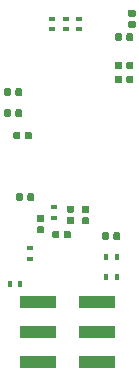
<source format=gbr>
G04 #@! TF.GenerationSoftware,KiCad,Pcbnew,5.0.1-33cea8e~66~ubuntu18.04.1*
G04 #@! TF.CreationDate,2018-10-16T23:10:54+02:00*
G04 #@! TF.ProjectId,TinyFPGA-BX,54696E79465047412D42582E6B696361,rev?*
G04 #@! TF.SameCoordinates,Original*
G04 #@! TF.FileFunction,Paste,Bot*
G04 #@! TF.FilePolarity,Positive*
%FSLAX46Y46*%
G04 Gerber Fmt 4.6, Leading zero omitted, Abs format (unit mm)*
G04 Created by KiCad (PCBNEW 5.0.1-33cea8e~66~ubuntu18.04.1) date di 16 okt 2018 23:10:54 CEST*
%MOMM*%
%LPD*%
G01*
G04 APERTURE LIST*
%ADD10C,0.100000*%
%ADD11C,0.590000*%
%ADD12R,3.150000X1.000000*%
%ADD13R,0.400000X0.600000*%
%ADD14R,0.600000X0.400000*%
%ADD15R,0.380000X0.600000*%
G04 APERTURE END LIST*
D10*
G04 #@! TO.C,C12*
G36*
X147989958Y-111948710D02*
X148004276Y-111950834D01*
X148018317Y-111954351D01*
X148031946Y-111959228D01*
X148045031Y-111965417D01*
X148057447Y-111972858D01*
X148069073Y-111981481D01*
X148079798Y-111991202D01*
X148089519Y-112001927D01*
X148098142Y-112013553D01*
X148105583Y-112025969D01*
X148111772Y-112039054D01*
X148116649Y-112052683D01*
X148120166Y-112066724D01*
X148122290Y-112081042D01*
X148123000Y-112095500D01*
X148123000Y-112440500D01*
X148122290Y-112454958D01*
X148120166Y-112469276D01*
X148116649Y-112483317D01*
X148111772Y-112496946D01*
X148105583Y-112510031D01*
X148098142Y-112522447D01*
X148089519Y-112534073D01*
X148079798Y-112544798D01*
X148069073Y-112554519D01*
X148057447Y-112563142D01*
X148045031Y-112570583D01*
X148031946Y-112576772D01*
X148018317Y-112581649D01*
X148004276Y-112585166D01*
X147989958Y-112587290D01*
X147975500Y-112588000D01*
X147680500Y-112588000D01*
X147666042Y-112587290D01*
X147651724Y-112585166D01*
X147637683Y-112581649D01*
X147624054Y-112576772D01*
X147610969Y-112570583D01*
X147598553Y-112563142D01*
X147586927Y-112554519D01*
X147576202Y-112544798D01*
X147566481Y-112534073D01*
X147557858Y-112522447D01*
X147550417Y-112510031D01*
X147544228Y-112496946D01*
X147539351Y-112483317D01*
X147535834Y-112469276D01*
X147533710Y-112454958D01*
X147533000Y-112440500D01*
X147533000Y-112095500D01*
X147533710Y-112081042D01*
X147535834Y-112066724D01*
X147539351Y-112052683D01*
X147544228Y-112039054D01*
X147550417Y-112025969D01*
X147557858Y-112013553D01*
X147566481Y-112001927D01*
X147576202Y-111991202D01*
X147586927Y-111981481D01*
X147598553Y-111972858D01*
X147610969Y-111965417D01*
X147624054Y-111959228D01*
X147637683Y-111954351D01*
X147651724Y-111950834D01*
X147666042Y-111948710D01*
X147680500Y-111948000D01*
X147975500Y-111948000D01*
X147989958Y-111948710D01*
X147989958Y-111948710D01*
G37*
D11*
X147828000Y-112268000D03*
D10*
G36*
X147019958Y-111948710D02*
X147034276Y-111950834D01*
X147048317Y-111954351D01*
X147061946Y-111959228D01*
X147075031Y-111965417D01*
X147087447Y-111972858D01*
X147099073Y-111981481D01*
X147109798Y-111991202D01*
X147119519Y-112001927D01*
X147128142Y-112013553D01*
X147135583Y-112025969D01*
X147141772Y-112039054D01*
X147146649Y-112052683D01*
X147150166Y-112066724D01*
X147152290Y-112081042D01*
X147153000Y-112095500D01*
X147153000Y-112440500D01*
X147152290Y-112454958D01*
X147150166Y-112469276D01*
X147146649Y-112483317D01*
X147141772Y-112496946D01*
X147135583Y-112510031D01*
X147128142Y-112522447D01*
X147119519Y-112534073D01*
X147109798Y-112544798D01*
X147099073Y-112554519D01*
X147087447Y-112563142D01*
X147075031Y-112570583D01*
X147061946Y-112576772D01*
X147048317Y-112581649D01*
X147034276Y-112585166D01*
X147019958Y-112587290D01*
X147005500Y-112588000D01*
X146710500Y-112588000D01*
X146696042Y-112587290D01*
X146681724Y-112585166D01*
X146667683Y-112581649D01*
X146654054Y-112576772D01*
X146640969Y-112570583D01*
X146628553Y-112563142D01*
X146616927Y-112554519D01*
X146606202Y-112544798D01*
X146596481Y-112534073D01*
X146587858Y-112522447D01*
X146580417Y-112510031D01*
X146574228Y-112496946D01*
X146569351Y-112483317D01*
X146565834Y-112469276D01*
X146563710Y-112454958D01*
X146563000Y-112440500D01*
X146563000Y-112095500D01*
X146563710Y-112081042D01*
X146565834Y-112066724D01*
X146569351Y-112052683D01*
X146574228Y-112039054D01*
X146580417Y-112025969D01*
X146587858Y-112013553D01*
X146596481Y-112001927D01*
X146606202Y-111991202D01*
X146616927Y-111981481D01*
X146628553Y-111972858D01*
X146640969Y-111965417D01*
X146654054Y-111959228D01*
X146667683Y-111954351D01*
X146681724Y-111950834D01*
X146696042Y-111948710D01*
X146710500Y-111948000D01*
X147005500Y-111948000D01*
X147019958Y-111948710D01*
X147019958Y-111948710D01*
G37*
D11*
X146858000Y-112268000D03*
G04 #@! TD*
D12*
G04 #@! TO.C,J5*
X148620000Y-131445000D03*
X153670000Y-131445000D03*
X148620000Y-128905000D03*
X153670000Y-128905000D03*
X148620000Y-126365000D03*
X153670000Y-126365000D03*
G04 #@! TD*
D13*
G04 #@! TO.C,R6*
X155332000Y-124206000D03*
X154432000Y-124206000D03*
G04 #@! TD*
D14*
G04 #@! TO.C,R7*
X147955000Y-121793000D03*
X147955000Y-122693000D03*
G04 #@! TD*
D15*
G04 #@! TO.C,R5*
X147135000Y-124841000D03*
X146235000Y-124841000D03*
G04 #@! TD*
D14*
G04 #@! TO.C,R4*
X149987000Y-119253000D03*
X149987000Y-118353000D03*
G04 #@! TD*
G04 #@! TO.C,R1*
X149860000Y-102356500D03*
X149860000Y-103256500D03*
G04 #@! TD*
G04 #@! TO.C,R2*
X151003000Y-103262000D03*
X151003000Y-102362000D03*
G04 #@! TD*
G04 #@! TO.C,R3*
X152082500Y-103262000D03*
X152082500Y-102362000D03*
G04 #@! TD*
D13*
G04 #@! TO.C,R10*
X155332000Y-122555000D03*
X154432000Y-122555000D03*
G04 #@! TD*
D10*
G04 #@! TO.C,C1*
G36*
X155612958Y-103603810D02*
X155627276Y-103605934D01*
X155641317Y-103609451D01*
X155654946Y-103614328D01*
X155668031Y-103620517D01*
X155680447Y-103627958D01*
X155692073Y-103636581D01*
X155702798Y-103646302D01*
X155712519Y-103657027D01*
X155721142Y-103668653D01*
X155728583Y-103681069D01*
X155734772Y-103694154D01*
X155739649Y-103707783D01*
X155743166Y-103721824D01*
X155745290Y-103736142D01*
X155746000Y-103750600D01*
X155746000Y-104095600D01*
X155745290Y-104110058D01*
X155743166Y-104124376D01*
X155739649Y-104138417D01*
X155734772Y-104152046D01*
X155728583Y-104165131D01*
X155721142Y-104177547D01*
X155712519Y-104189173D01*
X155702798Y-104199898D01*
X155692073Y-104209619D01*
X155680447Y-104218242D01*
X155668031Y-104225683D01*
X155654946Y-104231872D01*
X155641317Y-104236749D01*
X155627276Y-104240266D01*
X155612958Y-104242390D01*
X155598500Y-104243100D01*
X155303500Y-104243100D01*
X155289042Y-104242390D01*
X155274724Y-104240266D01*
X155260683Y-104236749D01*
X155247054Y-104231872D01*
X155233969Y-104225683D01*
X155221553Y-104218242D01*
X155209927Y-104209619D01*
X155199202Y-104199898D01*
X155189481Y-104189173D01*
X155180858Y-104177547D01*
X155173417Y-104165131D01*
X155167228Y-104152046D01*
X155162351Y-104138417D01*
X155158834Y-104124376D01*
X155156710Y-104110058D01*
X155156000Y-104095600D01*
X155156000Y-103750600D01*
X155156710Y-103736142D01*
X155158834Y-103721824D01*
X155162351Y-103707783D01*
X155167228Y-103694154D01*
X155173417Y-103681069D01*
X155180858Y-103668653D01*
X155189481Y-103657027D01*
X155199202Y-103646302D01*
X155209927Y-103636581D01*
X155221553Y-103627958D01*
X155233969Y-103620517D01*
X155247054Y-103614328D01*
X155260683Y-103609451D01*
X155274724Y-103605934D01*
X155289042Y-103603810D01*
X155303500Y-103603100D01*
X155598500Y-103603100D01*
X155612958Y-103603810D01*
X155612958Y-103603810D01*
G37*
D11*
X155451000Y-103923100D03*
D10*
G36*
X156582958Y-103603810D02*
X156597276Y-103605934D01*
X156611317Y-103609451D01*
X156624946Y-103614328D01*
X156638031Y-103620517D01*
X156650447Y-103627958D01*
X156662073Y-103636581D01*
X156672798Y-103646302D01*
X156682519Y-103657027D01*
X156691142Y-103668653D01*
X156698583Y-103681069D01*
X156704772Y-103694154D01*
X156709649Y-103707783D01*
X156713166Y-103721824D01*
X156715290Y-103736142D01*
X156716000Y-103750600D01*
X156716000Y-104095600D01*
X156715290Y-104110058D01*
X156713166Y-104124376D01*
X156709649Y-104138417D01*
X156704772Y-104152046D01*
X156698583Y-104165131D01*
X156691142Y-104177547D01*
X156682519Y-104189173D01*
X156672798Y-104199898D01*
X156662073Y-104209619D01*
X156650447Y-104218242D01*
X156638031Y-104225683D01*
X156624946Y-104231872D01*
X156611317Y-104236749D01*
X156597276Y-104240266D01*
X156582958Y-104242390D01*
X156568500Y-104243100D01*
X156273500Y-104243100D01*
X156259042Y-104242390D01*
X156244724Y-104240266D01*
X156230683Y-104236749D01*
X156217054Y-104231872D01*
X156203969Y-104225683D01*
X156191553Y-104218242D01*
X156179927Y-104209619D01*
X156169202Y-104199898D01*
X156159481Y-104189173D01*
X156150858Y-104177547D01*
X156143417Y-104165131D01*
X156137228Y-104152046D01*
X156132351Y-104138417D01*
X156128834Y-104124376D01*
X156126710Y-104110058D01*
X156126000Y-104095600D01*
X156126000Y-103750600D01*
X156126710Y-103736142D01*
X156128834Y-103721824D01*
X156132351Y-103707783D01*
X156137228Y-103694154D01*
X156143417Y-103681069D01*
X156150858Y-103668653D01*
X156159481Y-103657027D01*
X156169202Y-103646302D01*
X156179927Y-103636581D01*
X156191553Y-103627958D01*
X156203969Y-103620517D01*
X156217054Y-103614328D01*
X156230683Y-103609451D01*
X156244724Y-103605934D01*
X156259042Y-103603810D01*
X156273500Y-103603100D01*
X156568500Y-103603100D01*
X156582958Y-103603810D01*
X156582958Y-103603810D01*
G37*
D11*
X156421000Y-103923100D03*
G04 #@! TD*
D10*
G04 #@! TO.C,C2*
G36*
X156582958Y-107203810D02*
X156597276Y-107205934D01*
X156611317Y-107209451D01*
X156624946Y-107214328D01*
X156638031Y-107220517D01*
X156650447Y-107227958D01*
X156662073Y-107236581D01*
X156672798Y-107246302D01*
X156682519Y-107257027D01*
X156691142Y-107268653D01*
X156698583Y-107281069D01*
X156704772Y-107294154D01*
X156709649Y-107307783D01*
X156713166Y-107321824D01*
X156715290Y-107336142D01*
X156716000Y-107350600D01*
X156716000Y-107695600D01*
X156715290Y-107710058D01*
X156713166Y-107724376D01*
X156709649Y-107738417D01*
X156704772Y-107752046D01*
X156698583Y-107765131D01*
X156691142Y-107777547D01*
X156682519Y-107789173D01*
X156672798Y-107799898D01*
X156662073Y-107809619D01*
X156650447Y-107818242D01*
X156638031Y-107825683D01*
X156624946Y-107831872D01*
X156611317Y-107836749D01*
X156597276Y-107840266D01*
X156582958Y-107842390D01*
X156568500Y-107843100D01*
X156273500Y-107843100D01*
X156259042Y-107842390D01*
X156244724Y-107840266D01*
X156230683Y-107836749D01*
X156217054Y-107831872D01*
X156203969Y-107825683D01*
X156191553Y-107818242D01*
X156179927Y-107809619D01*
X156169202Y-107799898D01*
X156159481Y-107789173D01*
X156150858Y-107777547D01*
X156143417Y-107765131D01*
X156137228Y-107752046D01*
X156132351Y-107738417D01*
X156128834Y-107724376D01*
X156126710Y-107710058D01*
X156126000Y-107695600D01*
X156126000Y-107350600D01*
X156126710Y-107336142D01*
X156128834Y-107321824D01*
X156132351Y-107307783D01*
X156137228Y-107294154D01*
X156143417Y-107281069D01*
X156150858Y-107268653D01*
X156159481Y-107257027D01*
X156169202Y-107246302D01*
X156179927Y-107236581D01*
X156191553Y-107227958D01*
X156203969Y-107220517D01*
X156217054Y-107214328D01*
X156230683Y-107209451D01*
X156244724Y-107205934D01*
X156259042Y-107203810D01*
X156273500Y-107203100D01*
X156568500Y-107203100D01*
X156582958Y-107203810D01*
X156582958Y-107203810D01*
G37*
D11*
X156421000Y-107523100D03*
D10*
G36*
X155612958Y-107203810D02*
X155627276Y-107205934D01*
X155641317Y-107209451D01*
X155654946Y-107214328D01*
X155668031Y-107220517D01*
X155680447Y-107227958D01*
X155692073Y-107236581D01*
X155702798Y-107246302D01*
X155712519Y-107257027D01*
X155721142Y-107268653D01*
X155728583Y-107281069D01*
X155734772Y-107294154D01*
X155739649Y-107307783D01*
X155743166Y-107321824D01*
X155745290Y-107336142D01*
X155746000Y-107350600D01*
X155746000Y-107695600D01*
X155745290Y-107710058D01*
X155743166Y-107724376D01*
X155739649Y-107738417D01*
X155734772Y-107752046D01*
X155728583Y-107765131D01*
X155721142Y-107777547D01*
X155712519Y-107789173D01*
X155702798Y-107799898D01*
X155692073Y-107809619D01*
X155680447Y-107818242D01*
X155668031Y-107825683D01*
X155654946Y-107831872D01*
X155641317Y-107836749D01*
X155627276Y-107840266D01*
X155612958Y-107842390D01*
X155598500Y-107843100D01*
X155303500Y-107843100D01*
X155289042Y-107842390D01*
X155274724Y-107840266D01*
X155260683Y-107836749D01*
X155247054Y-107831872D01*
X155233969Y-107825683D01*
X155221553Y-107818242D01*
X155209927Y-107809619D01*
X155199202Y-107799898D01*
X155189481Y-107789173D01*
X155180858Y-107777547D01*
X155173417Y-107765131D01*
X155167228Y-107752046D01*
X155162351Y-107738417D01*
X155158834Y-107724376D01*
X155156710Y-107710058D01*
X155156000Y-107695600D01*
X155156000Y-107350600D01*
X155156710Y-107336142D01*
X155158834Y-107321824D01*
X155162351Y-107307783D01*
X155167228Y-107294154D01*
X155173417Y-107281069D01*
X155180858Y-107268653D01*
X155189481Y-107257027D01*
X155199202Y-107246302D01*
X155209927Y-107236581D01*
X155221553Y-107227958D01*
X155233969Y-107220517D01*
X155247054Y-107214328D01*
X155260683Y-107209451D01*
X155274724Y-107205934D01*
X155289042Y-107203810D01*
X155303500Y-107203100D01*
X155598500Y-107203100D01*
X155612958Y-107203810D01*
X155612958Y-107203810D01*
G37*
D11*
X155451000Y-107523100D03*
G04 #@! TD*
D10*
G04 #@! TO.C,C4*
G36*
X156582958Y-106003810D02*
X156597276Y-106005934D01*
X156611317Y-106009451D01*
X156624946Y-106014328D01*
X156638031Y-106020517D01*
X156650447Y-106027958D01*
X156662073Y-106036581D01*
X156672798Y-106046302D01*
X156682519Y-106057027D01*
X156691142Y-106068653D01*
X156698583Y-106081069D01*
X156704772Y-106094154D01*
X156709649Y-106107783D01*
X156713166Y-106121824D01*
X156715290Y-106136142D01*
X156716000Y-106150600D01*
X156716000Y-106495600D01*
X156715290Y-106510058D01*
X156713166Y-106524376D01*
X156709649Y-106538417D01*
X156704772Y-106552046D01*
X156698583Y-106565131D01*
X156691142Y-106577547D01*
X156682519Y-106589173D01*
X156672798Y-106599898D01*
X156662073Y-106609619D01*
X156650447Y-106618242D01*
X156638031Y-106625683D01*
X156624946Y-106631872D01*
X156611317Y-106636749D01*
X156597276Y-106640266D01*
X156582958Y-106642390D01*
X156568500Y-106643100D01*
X156273500Y-106643100D01*
X156259042Y-106642390D01*
X156244724Y-106640266D01*
X156230683Y-106636749D01*
X156217054Y-106631872D01*
X156203969Y-106625683D01*
X156191553Y-106618242D01*
X156179927Y-106609619D01*
X156169202Y-106599898D01*
X156159481Y-106589173D01*
X156150858Y-106577547D01*
X156143417Y-106565131D01*
X156137228Y-106552046D01*
X156132351Y-106538417D01*
X156128834Y-106524376D01*
X156126710Y-106510058D01*
X156126000Y-106495600D01*
X156126000Y-106150600D01*
X156126710Y-106136142D01*
X156128834Y-106121824D01*
X156132351Y-106107783D01*
X156137228Y-106094154D01*
X156143417Y-106081069D01*
X156150858Y-106068653D01*
X156159481Y-106057027D01*
X156169202Y-106046302D01*
X156179927Y-106036581D01*
X156191553Y-106027958D01*
X156203969Y-106020517D01*
X156217054Y-106014328D01*
X156230683Y-106009451D01*
X156244724Y-106005934D01*
X156259042Y-106003810D01*
X156273500Y-106003100D01*
X156568500Y-106003100D01*
X156582958Y-106003810D01*
X156582958Y-106003810D01*
G37*
D11*
X156421000Y-106323100D03*
D10*
G36*
X155612958Y-106003810D02*
X155627276Y-106005934D01*
X155641317Y-106009451D01*
X155654946Y-106014328D01*
X155668031Y-106020517D01*
X155680447Y-106027958D01*
X155692073Y-106036581D01*
X155702798Y-106046302D01*
X155712519Y-106057027D01*
X155721142Y-106068653D01*
X155728583Y-106081069D01*
X155734772Y-106094154D01*
X155739649Y-106107783D01*
X155743166Y-106121824D01*
X155745290Y-106136142D01*
X155746000Y-106150600D01*
X155746000Y-106495600D01*
X155745290Y-106510058D01*
X155743166Y-106524376D01*
X155739649Y-106538417D01*
X155734772Y-106552046D01*
X155728583Y-106565131D01*
X155721142Y-106577547D01*
X155712519Y-106589173D01*
X155702798Y-106599898D01*
X155692073Y-106609619D01*
X155680447Y-106618242D01*
X155668031Y-106625683D01*
X155654946Y-106631872D01*
X155641317Y-106636749D01*
X155627276Y-106640266D01*
X155612958Y-106642390D01*
X155598500Y-106643100D01*
X155303500Y-106643100D01*
X155289042Y-106642390D01*
X155274724Y-106640266D01*
X155260683Y-106636749D01*
X155247054Y-106631872D01*
X155233969Y-106625683D01*
X155221553Y-106618242D01*
X155209927Y-106609619D01*
X155199202Y-106599898D01*
X155189481Y-106589173D01*
X155180858Y-106577547D01*
X155173417Y-106565131D01*
X155167228Y-106552046D01*
X155162351Y-106538417D01*
X155158834Y-106524376D01*
X155156710Y-106510058D01*
X155156000Y-106495600D01*
X155156000Y-106150600D01*
X155156710Y-106136142D01*
X155158834Y-106121824D01*
X155162351Y-106107783D01*
X155167228Y-106094154D01*
X155173417Y-106081069D01*
X155180858Y-106068653D01*
X155189481Y-106057027D01*
X155199202Y-106046302D01*
X155209927Y-106036581D01*
X155221553Y-106027958D01*
X155233969Y-106020517D01*
X155247054Y-106014328D01*
X155260683Y-106009451D01*
X155274724Y-106005934D01*
X155289042Y-106003810D01*
X155303500Y-106003100D01*
X155598500Y-106003100D01*
X155612958Y-106003810D01*
X155612958Y-106003810D01*
G37*
D11*
X155451000Y-106323100D03*
G04 #@! TD*
D10*
G04 #@! TO.C,C5*
G36*
X154512958Y-120457710D02*
X154527276Y-120459834D01*
X154541317Y-120463351D01*
X154554946Y-120468228D01*
X154568031Y-120474417D01*
X154580447Y-120481858D01*
X154592073Y-120490481D01*
X154602798Y-120500202D01*
X154612519Y-120510927D01*
X154621142Y-120522553D01*
X154628583Y-120534969D01*
X154634772Y-120548054D01*
X154639649Y-120561683D01*
X154643166Y-120575724D01*
X154645290Y-120590042D01*
X154646000Y-120604500D01*
X154646000Y-120949500D01*
X154645290Y-120963958D01*
X154643166Y-120978276D01*
X154639649Y-120992317D01*
X154634772Y-121005946D01*
X154628583Y-121019031D01*
X154621142Y-121031447D01*
X154612519Y-121043073D01*
X154602798Y-121053798D01*
X154592073Y-121063519D01*
X154580447Y-121072142D01*
X154568031Y-121079583D01*
X154554946Y-121085772D01*
X154541317Y-121090649D01*
X154527276Y-121094166D01*
X154512958Y-121096290D01*
X154498500Y-121097000D01*
X154203500Y-121097000D01*
X154189042Y-121096290D01*
X154174724Y-121094166D01*
X154160683Y-121090649D01*
X154147054Y-121085772D01*
X154133969Y-121079583D01*
X154121553Y-121072142D01*
X154109927Y-121063519D01*
X154099202Y-121053798D01*
X154089481Y-121043073D01*
X154080858Y-121031447D01*
X154073417Y-121019031D01*
X154067228Y-121005946D01*
X154062351Y-120992317D01*
X154058834Y-120978276D01*
X154056710Y-120963958D01*
X154056000Y-120949500D01*
X154056000Y-120604500D01*
X154056710Y-120590042D01*
X154058834Y-120575724D01*
X154062351Y-120561683D01*
X154067228Y-120548054D01*
X154073417Y-120534969D01*
X154080858Y-120522553D01*
X154089481Y-120510927D01*
X154099202Y-120500202D01*
X154109927Y-120490481D01*
X154121553Y-120481858D01*
X154133969Y-120474417D01*
X154147054Y-120468228D01*
X154160683Y-120463351D01*
X154174724Y-120459834D01*
X154189042Y-120457710D01*
X154203500Y-120457000D01*
X154498500Y-120457000D01*
X154512958Y-120457710D01*
X154512958Y-120457710D01*
G37*
D11*
X154351000Y-120777000D03*
D10*
G36*
X155482958Y-120457710D02*
X155497276Y-120459834D01*
X155511317Y-120463351D01*
X155524946Y-120468228D01*
X155538031Y-120474417D01*
X155550447Y-120481858D01*
X155562073Y-120490481D01*
X155572798Y-120500202D01*
X155582519Y-120510927D01*
X155591142Y-120522553D01*
X155598583Y-120534969D01*
X155604772Y-120548054D01*
X155609649Y-120561683D01*
X155613166Y-120575724D01*
X155615290Y-120590042D01*
X155616000Y-120604500D01*
X155616000Y-120949500D01*
X155615290Y-120963958D01*
X155613166Y-120978276D01*
X155609649Y-120992317D01*
X155604772Y-121005946D01*
X155598583Y-121019031D01*
X155591142Y-121031447D01*
X155582519Y-121043073D01*
X155572798Y-121053798D01*
X155562073Y-121063519D01*
X155550447Y-121072142D01*
X155538031Y-121079583D01*
X155524946Y-121085772D01*
X155511317Y-121090649D01*
X155497276Y-121094166D01*
X155482958Y-121096290D01*
X155468500Y-121097000D01*
X155173500Y-121097000D01*
X155159042Y-121096290D01*
X155144724Y-121094166D01*
X155130683Y-121090649D01*
X155117054Y-121085772D01*
X155103969Y-121079583D01*
X155091553Y-121072142D01*
X155079927Y-121063519D01*
X155069202Y-121053798D01*
X155059481Y-121043073D01*
X155050858Y-121031447D01*
X155043417Y-121019031D01*
X155037228Y-121005946D01*
X155032351Y-120992317D01*
X155028834Y-120978276D01*
X155026710Y-120963958D01*
X155026000Y-120949500D01*
X155026000Y-120604500D01*
X155026710Y-120590042D01*
X155028834Y-120575724D01*
X155032351Y-120561683D01*
X155037228Y-120548054D01*
X155043417Y-120534969D01*
X155050858Y-120522553D01*
X155059481Y-120510927D01*
X155069202Y-120500202D01*
X155079927Y-120490481D01*
X155091553Y-120481858D01*
X155103969Y-120474417D01*
X155117054Y-120468228D01*
X155130683Y-120463351D01*
X155144724Y-120459834D01*
X155159042Y-120457710D01*
X155173500Y-120457000D01*
X155468500Y-120457000D01*
X155482958Y-120457710D01*
X155482958Y-120457710D01*
G37*
D11*
X155321000Y-120777000D03*
G04 #@! TD*
D10*
G04 #@! TO.C,C6*
G36*
X149030958Y-118981710D02*
X149045276Y-118983834D01*
X149059317Y-118987351D01*
X149072946Y-118992228D01*
X149086031Y-118998417D01*
X149098447Y-119005858D01*
X149110073Y-119014481D01*
X149120798Y-119024202D01*
X149130519Y-119034927D01*
X149139142Y-119046553D01*
X149146583Y-119058969D01*
X149152772Y-119072054D01*
X149157649Y-119085683D01*
X149161166Y-119099724D01*
X149163290Y-119114042D01*
X149164000Y-119128500D01*
X149164000Y-119423500D01*
X149163290Y-119437958D01*
X149161166Y-119452276D01*
X149157649Y-119466317D01*
X149152772Y-119479946D01*
X149146583Y-119493031D01*
X149139142Y-119505447D01*
X149130519Y-119517073D01*
X149120798Y-119527798D01*
X149110073Y-119537519D01*
X149098447Y-119546142D01*
X149086031Y-119553583D01*
X149072946Y-119559772D01*
X149059317Y-119564649D01*
X149045276Y-119568166D01*
X149030958Y-119570290D01*
X149016500Y-119571000D01*
X148671500Y-119571000D01*
X148657042Y-119570290D01*
X148642724Y-119568166D01*
X148628683Y-119564649D01*
X148615054Y-119559772D01*
X148601969Y-119553583D01*
X148589553Y-119546142D01*
X148577927Y-119537519D01*
X148567202Y-119527798D01*
X148557481Y-119517073D01*
X148548858Y-119505447D01*
X148541417Y-119493031D01*
X148535228Y-119479946D01*
X148530351Y-119466317D01*
X148526834Y-119452276D01*
X148524710Y-119437958D01*
X148524000Y-119423500D01*
X148524000Y-119128500D01*
X148524710Y-119114042D01*
X148526834Y-119099724D01*
X148530351Y-119085683D01*
X148535228Y-119072054D01*
X148541417Y-119058969D01*
X148548858Y-119046553D01*
X148557481Y-119034927D01*
X148567202Y-119024202D01*
X148577927Y-119014481D01*
X148589553Y-119005858D01*
X148601969Y-118998417D01*
X148615054Y-118992228D01*
X148628683Y-118987351D01*
X148642724Y-118983834D01*
X148657042Y-118981710D01*
X148671500Y-118981000D01*
X149016500Y-118981000D01*
X149030958Y-118981710D01*
X149030958Y-118981710D01*
G37*
D11*
X148844000Y-119276000D03*
D10*
G36*
X149030958Y-119951710D02*
X149045276Y-119953834D01*
X149059317Y-119957351D01*
X149072946Y-119962228D01*
X149086031Y-119968417D01*
X149098447Y-119975858D01*
X149110073Y-119984481D01*
X149120798Y-119994202D01*
X149130519Y-120004927D01*
X149139142Y-120016553D01*
X149146583Y-120028969D01*
X149152772Y-120042054D01*
X149157649Y-120055683D01*
X149161166Y-120069724D01*
X149163290Y-120084042D01*
X149164000Y-120098500D01*
X149164000Y-120393500D01*
X149163290Y-120407958D01*
X149161166Y-120422276D01*
X149157649Y-120436317D01*
X149152772Y-120449946D01*
X149146583Y-120463031D01*
X149139142Y-120475447D01*
X149130519Y-120487073D01*
X149120798Y-120497798D01*
X149110073Y-120507519D01*
X149098447Y-120516142D01*
X149086031Y-120523583D01*
X149072946Y-120529772D01*
X149059317Y-120534649D01*
X149045276Y-120538166D01*
X149030958Y-120540290D01*
X149016500Y-120541000D01*
X148671500Y-120541000D01*
X148657042Y-120540290D01*
X148642724Y-120538166D01*
X148628683Y-120534649D01*
X148615054Y-120529772D01*
X148601969Y-120523583D01*
X148589553Y-120516142D01*
X148577927Y-120507519D01*
X148567202Y-120497798D01*
X148557481Y-120487073D01*
X148548858Y-120475447D01*
X148541417Y-120463031D01*
X148535228Y-120449946D01*
X148530351Y-120436317D01*
X148526834Y-120422276D01*
X148524710Y-120407958D01*
X148524000Y-120393500D01*
X148524000Y-120098500D01*
X148524710Y-120084042D01*
X148526834Y-120069724D01*
X148530351Y-120055683D01*
X148535228Y-120042054D01*
X148541417Y-120028969D01*
X148548858Y-120016553D01*
X148557481Y-120004927D01*
X148567202Y-119994202D01*
X148577927Y-119984481D01*
X148589553Y-119975858D01*
X148601969Y-119968417D01*
X148615054Y-119962228D01*
X148628683Y-119957351D01*
X148642724Y-119953834D01*
X148657042Y-119951710D01*
X148671500Y-119951000D01*
X149016500Y-119951000D01*
X149030958Y-119951710D01*
X149030958Y-119951710D01*
G37*
D11*
X148844000Y-120246000D03*
G04 #@! TD*
D10*
G04 #@! TO.C,C8*
G36*
X147227958Y-117155710D02*
X147242276Y-117157834D01*
X147256317Y-117161351D01*
X147269946Y-117166228D01*
X147283031Y-117172417D01*
X147295447Y-117179858D01*
X147307073Y-117188481D01*
X147317798Y-117198202D01*
X147327519Y-117208927D01*
X147336142Y-117220553D01*
X147343583Y-117232969D01*
X147349772Y-117246054D01*
X147354649Y-117259683D01*
X147358166Y-117273724D01*
X147360290Y-117288042D01*
X147361000Y-117302500D01*
X147361000Y-117647500D01*
X147360290Y-117661958D01*
X147358166Y-117676276D01*
X147354649Y-117690317D01*
X147349772Y-117703946D01*
X147343583Y-117717031D01*
X147336142Y-117729447D01*
X147327519Y-117741073D01*
X147317798Y-117751798D01*
X147307073Y-117761519D01*
X147295447Y-117770142D01*
X147283031Y-117777583D01*
X147269946Y-117783772D01*
X147256317Y-117788649D01*
X147242276Y-117792166D01*
X147227958Y-117794290D01*
X147213500Y-117795000D01*
X146918500Y-117795000D01*
X146904042Y-117794290D01*
X146889724Y-117792166D01*
X146875683Y-117788649D01*
X146862054Y-117783772D01*
X146848969Y-117777583D01*
X146836553Y-117770142D01*
X146824927Y-117761519D01*
X146814202Y-117751798D01*
X146804481Y-117741073D01*
X146795858Y-117729447D01*
X146788417Y-117717031D01*
X146782228Y-117703946D01*
X146777351Y-117690317D01*
X146773834Y-117676276D01*
X146771710Y-117661958D01*
X146771000Y-117647500D01*
X146771000Y-117302500D01*
X146771710Y-117288042D01*
X146773834Y-117273724D01*
X146777351Y-117259683D01*
X146782228Y-117246054D01*
X146788417Y-117232969D01*
X146795858Y-117220553D01*
X146804481Y-117208927D01*
X146814202Y-117198202D01*
X146824927Y-117188481D01*
X146836553Y-117179858D01*
X146848969Y-117172417D01*
X146862054Y-117166228D01*
X146875683Y-117161351D01*
X146889724Y-117157834D01*
X146904042Y-117155710D01*
X146918500Y-117155000D01*
X147213500Y-117155000D01*
X147227958Y-117155710D01*
X147227958Y-117155710D01*
G37*
D11*
X147066000Y-117475000D03*
D10*
G36*
X148197958Y-117155710D02*
X148212276Y-117157834D01*
X148226317Y-117161351D01*
X148239946Y-117166228D01*
X148253031Y-117172417D01*
X148265447Y-117179858D01*
X148277073Y-117188481D01*
X148287798Y-117198202D01*
X148297519Y-117208927D01*
X148306142Y-117220553D01*
X148313583Y-117232969D01*
X148319772Y-117246054D01*
X148324649Y-117259683D01*
X148328166Y-117273724D01*
X148330290Y-117288042D01*
X148331000Y-117302500D01*
X148331000Y-117647500D01*
X148330290Y-117661958D01*
X148328166Y-117676276D01*
X148324649Y-117690317D01*
X148319772Y-117703946D01*
X148313583Y-117717031D01*
X148306142Y-117729447D01*
X148297519Y-117741073D01*
X148287798Y-117751798D01*
X148277073Y-117761519D01*
X148265447Y-117770142D01*
X148253031Y-117777583D01*
X148239946Y-117783772D01*
X148226317Y-117788649D01*
X148212276Y-117792166D01*
X148197958Y-117794290D01*
X148183500Y-117795000D01*
X147888500Y-117795000D01*
X147874042Y-117794290D01*
X147859724Y-117792166D01*
X147845683Y-117788649D01*
X147832054Y-117783772D01*
X147818969Y-117777583D01*
X147806553Y-117770142D01*
X147794927Y-117761519D01*
X147784202Y-117751798D01*
X147774481Y-117741073D01*
X147765858Y-117729447D01*
X147758417Y-117717031D01*
X147752228Y-117703946D01*
X147747351Y-117690317D01*
X147743834Y-117676276D01*
X147741710Y-117661958D01*
X147741000Y-117647500D01*
X147741000Y-117302500D01*
X147741710Y-117288042D01*
X147743834Y-117273724D01*
X147747351Y-117259683D01*
X147752228Y-117246054D01*
X147758417Y-117232969D01*
X147765858Y-117220553D01*
X147774481Y-117208927D01*
X147784202Y-117198202D01*
X147794927Y-117188481D01*
X147806553Y-117179858D01*
X147818969Y-117172417D01*
X147832054Y-117166228D01*
X147845683Y-117161351D01*
X147859724Y-117157834D01*
X147874042Y-117155710D01*
X147888500Y-117155000D01*
X148183500Y-117155000D01*
X148197958Y-117155710D01*
X148197958Y-117155710D01*
G37*
D11*
X148036000Y-117475000D03*
G04 #@! TD*
D10*
G04 #@! TO.C,C9*
G36*
X152840958Y-119189710D02*
X152855276Y-119191834D01*
X152869317Y-119195351D01*
X152882946Y-119200228D01*
X152896031Y-119206417D01*
X152908447Y-119213858D01*
X152920073Y-119222481D01*
X152930798Y-119232202D01*
X152940519Y-119242927D01*
X152949142Y-119254553D01*
X152956583Y-119266969D01*
X152962772Y-119280054D01*
X152967649Y-119293683D01*
X152971166Y-119307724D01*
X152973290Y-119322042D01*
X152974000Y-119336500D01*
X152974000Y-119631500D01*
X152973290Y-119645958D01*
X152971166Y-119660276D01*
X152967649Y-119674317D01*
X152962772Y-119687946D01*
X152956583Y-119701031D01*
X152949142Y-119713447D01*
X152940519Y-119725073D01*
X152930798Y-119735798D01*
X152920073Y-119745519D01*
X152908447Y-119754142D01*
X152896031Y-119761583D01*
X152882946Y-119767772D01*
X152869317Y-119772649D01*
X152855276Y-119776166D01*
X152840958Y-119778290D01*
X152826500Y-119779000D01*
X152481500Y-119779000D01*
X152467042Y-119778290D01*
X152452724Y-119776166D01*
X152438683Y-119772649D01*
X152425054Y-119767772D01*
X152411969Y-119761583D01*
X152399553Y-119754142D01*
X152387927Y-119745519D01*
X152377202Y-119735798D01*
X152367481Y-119725073D01*
X152358858Y-119713447D01*
X152351417Y-119701031D01*
X152345228Y-119687946D01*
X152340351Y-119674317D01*
X152336834Y-119660276D01*
X152334710Y-119645958D01*
X152334000Y-119631500D01*
X152334000Y-119336500D01*
X152334710Y-119322042D01*
X152336834Y-119307724D01*
X152340351Y-119293683D01*
X152345228Y-119280054D01*
X152351417Y-119266969D01*
X152358858Y-119254553D01*
X152367481Y-119242927D01*
X152377202Y-119232202D01*
X152387927Y-119222481D01*
X152399553Y-119213858D01*
X152411969Y-119206417D01*
X152425054Y-119200228D01*
X152438683Y-119195351D01*
X152452724Y-119191834D01*
X152467042Y-119189710D01*
X152481500Y-119189000D01*
X152826500Y-119189000D01*
X152840958Y-119189710D01*
X152840958Y-119189710D01*
G37*
D11*
X152654000Y-119484000D03*
D10*
G36*
X152840958Y-118219710D02*
X152855276Y-118221834D01*
X152869317Y-118225351D01*
X152882946Y-118230228D01*
X152896031Y-118236417D01*
X152908447Y-118243858D01*
X152920073Y-118252481D01*
X152930798Y-118262202D01*
X152940519Y-118272927D01*
X152949142Y-118284553D01*
X152956583Y-118296969D01*
X152962772Y-118310054D01*
X152967649Y-118323683D01*
X152971166Y-118337724D01*
X152973290Y-118352042D01*
X152974000Y-118366500D01*
X152974000Y-118661500D01*
X152973290Y-118675958D01*
X152971166Y-118690276D01*
X152967649Y-118704317D01*
X152962772Y-118717946D01*
X152956583Y-118731031D01*
X152949142Y-118743447D01*
X152940519Y-118755073D01*
X152930798Y-118765798D01*
X152920073Y-118775519D01*
X152908447Y-118784142D01*
X152896031Y-118791583D01*
X152882946Y-118797772D01*
X152869317Y-118802649D01*
X152855276Y-118806166D01*
X152840958Y-118808290D01*
X152826500Y-118809000D01*
X152481500Y-118809000D01*
X152467042Y-118808290D01*
X152452724Y-118806166D01*
X152438683Y-118802649D01*
X152425054Y-118797772D01*
X152411969Y-118791583D01*
X152399553Y-118784142D01*
X152387927Y-118775519D01*
X152377202Y-118765798D01*
X152367481Y-118755073D01*
X152358858Y-118743447D01*
X152351417Y-118731031D01*
X152345228Y-118717946D01*
X152340351Y-118704317D01*
X152336834Y-118690276D01*
X152334710Y-118675958D01*
X152334000Y-118661500D01*
X152334000Y-118366500D01*
X152334710Y-118352042D01*
X152336834Y-118337724D01*
X152340351Y-118323683D01*
X152345228Y-118310054D01*
X152351417Y-118296969D01*
X152358858Y-118284553D01*
X152367481Y-118272927D01*
X152377202Y-118262202D01*
X152387927Y-118252481D01*
X152399553Y-118243858D01*
X152411969Y-118236417D01*
X152425054Y-118230228D01*
X152438683Y-118225351D01*
X152452724Y-118221834D01*
X152467042Y-118219710D01*
X152481500Y-118219000D01*
X152826500Y-118219000D01*
X152840958Y-118219710D01*
X152840958Y-118219710D01*
G37*
D11*
X152654000Y-118514000D03*
G04 #@! TD*
D10*
G04 #@! TO.C,C10*
G36*
X146211958Y-108265710D02*
X146226276Y-108267834D01*
X146240317Y-108271351D01*
X146253946Y-108276228D01*
X146267031Y-108282417D01*
X146279447Y-108289858D01*
X146291073Y-108298481D01*
X146301798Y-108308202D01*
X146311519Y-108318927D01*
X146320142Y-108330553D01*
X146327583Y-108342969D01*
X146333772Y-108356054D01*
X146338649Y-108369683D01*
X146342166Y-108383724D01*
X146344290Y-108398042D01*
X146345000Y-108412500D01*
X146345000Y-108757500D01*
X146344290Y-108771958D01*
X146342166Y-108786276D01*
X146338649Y-108800317D01*
X146333772Y-108813946D01*
X146327583Y-108827031D01*
X146320142Y-108839447D01*
X146311519Y-108851073D01*
X146301798Y-108861798D01*
X146291073Y-108871519D01*
X146279447Y-108880142D01*
X146267031Y-108887583D01*
X146253946Y-108893772D01*
X146240317Y-108898649D01*
X146226276Y-108902166D01*
X146211958Y-108904290D01*
X146197500Y-108905000D01*
X145902500Y-108905000D01*
X145888042Y-108904290D01*
X145873724Y-108902166D01*
X145859683Y-108898649D01*
X145846054Y-108893772D01*
X145832969Y-108887583D01*
X145820553Y-108880142D01*
X145808927Y-108871519D01*
X145798202Y-108861798D01*
X145788481Y-108851073D01*
X145779858Y-108839447D01*
X145772417Y-108827031D01*
X145766228Y-108813946D01*
X145761351Y-108800317D01*
X145757834Y-108786276D01*
X145755710Y-108771958D01*
X145755000Y-108757500D01*
X145755000Y-108412500D01*
X145755710Y-108398042D01*
X145757834Y-108383724D01*
X145761351Y-108369683D01*
X145766228Y-108356054D01*
X145772417Y-108342969D01*
X145779858Y-108330553D01*
X145788481Y-108318927D01*
X145798202Y-108308202D01*
X145808927Y-108298481D01*
X145820553Y-108289858D01*
X145832969Y-108282417D01*
X145846054Y-108276228D01*
X145859683Y-108271351D01*
X145873724Y-108267834D01*
X145888042Y-108265710D01*
X145902500Y-108265000D01*
X146197500Y-108265000D01*
X146211958Y-108265710D01*
X146211958Y-108265710D01*
G37*
D11*
X146050000Y-108585000D03*
D10*
G36*
X147181958Y-108265710D02*
X147196276Y-108267834D01*
X147210317Y-108271351D01*
X147223946Y-108276228D01*
X147237031Y-108282417D01*
X147249447Y-108289858D01*
X147261073Y-108298481D01*
X147271798Y-108308202D01*
X147281519Y-108318927D01*
X147290142Y-108330553D01*
X147297583Y-108342969D01*
X147303772Y-108356054D01*
X147308649Y-108369683D01*
X147312166Y-108383724D01*
X147314290Y-108398042D01*
X147315000Y-108412500D01*
X147315000Y-108757500D01*
X147314290Y-108771958D01*
X147312166Y-108786276D01*
X147308649Y-108800317D01*
X147303772Y-108813946D01*
X147297583Y-108827031D01*
X147290142Y-108839447D01*
X147281519Y-108851073D01*
X147271798Y-108861798D01*
X147261073Y-108871519D01*
X147249447Y-108880142D01*
X147237031Y-108887583D01*
X147223946Y-108893772D01*
X147210317Y-108898649D01*
X147196276Y-108902166D01*
X147181958Y-108904290D01*
X147167500Y-108905000D01*
X146872500Y-108905000D01*
X146858042Y-108904290D01*
X146843724Y-108902166D01*
X146829683Y-108898649D01*
X146816054Y-108893772D01*
X146802969Y-108887583D01*
X146790553Y-108880142D01*
X146778927Y-108871519D01*
X146768202Y-108861798D01*
X146758481Y-108851073D01*
X146749858Y-108839447D01*
X146742417Y-108827031D01*
X146736228Y-108813946D01*
X146731351Y-108800317D01*
X146727834Y-108786276D01*
X146725710Y-108771958D01*
X146725000Y-108757500D01*
X146725000Y-108412500D01*
X146725710Y-108398042D01*
X146727834Y-108383724D01*
X146731351Y-108369683D01*
X146736228Y-108356054D01*
X146742417Y-108342969D01*
X146749858Y-108330553D01*
X146758481Y-108318927D01*
X146768202Y-108308202D01*
X146778927Y-108298481D01*
X146790553Y-108289858D01*
X146802969Y-108282417D01*
X146816054Y-108276228D01*
X146829683Y-108271351D01*
X146843724Y-108267834D01*
X146858042Y-108265710D01*
X146872500Y-108265000D01*
X147167500Y-108265000D01*
X147181958Y-108265710D01*
X147181958Y-108265710D01*
G37*
D11*
X147020000Y-108585000D03*
G04 #@! TD*
D10*
G04 #@! TO.C,C11*
G36*
X147181958Y-110043710D02*
X147196276Y-110045834D01*
X147210317Y-110049351D01*
X147223946Y-110054228D01*
X147237031Y-110060417D01*
X147249447Y-110067858D01*
X147261073Y-110076481D01*
X147271798Y-110086202D01*
X147281519Y-110096927D01*
X147290142Y-110108553D01*
X147297583Y-110120969D01*
X147303772Y-110134054D01*
X147308649Y-110147683D01*
X147312166Y-110161724D01*
X147314290Y-110176042D01*
X147315000Y-110190500D01*
X147315000Y-110535500D01*
X147314290Y-110549958D01*
X147312166Y-110564276D01*
X147308649Y-110578317D01*
X147303772Y-110591946D01*
X147297583Y-110605031D01*
X147290142Y-110617447D01*
X147281519Y-110629073D01*
X147271798Y-110639798D01*
X147261073Y-110649519D01*
X147249447Y-110658142D01*
X147237031Y-110665583D01*
X147223946Y-110671772D01*
X147210317Y-110676649D01*
X147196276Y-110680166D01*
X147181958Y-110682290D01*
X147167500Y-110683000D01*
X146872500Y-110683000D01*
X146858042Y-110682290D01*
X146843724Y-110680166D01*
X146829683Y-110676649D01*
X146816054Y-110671772D01*
X146802969Y-110665583D01*
X146790553Y-110658142D01*
X146778927Y-110649519D01*
X146768202Y-110639798D01*
X146758481Y-110629073D01*
X146749858Y-110617447D01*
X146742417Y-110605031D01*
X146736228Y-110591946D01*
X146731351Y-110578317D01*
X146727834Y-110564276D01*
X146725710Y-110549958D01*
X146725000Y-110535500D01*
X146725000Y-110190500D01*
X146725710Y-110176042D01*
X146727834Y-110161724D01*
X146731351Y-110147683D01*
X146736228Y-110134054D01*
X146742417Y-110120969D01*
X146749858Y-110108553D01*
X146758481Y-110096927D01*
X146768202Y-110086202D01*
X146778927Y-110076481D01*
X146790553Y-110067858D01*
X146802969Y-110060417D01*
X146816054Y-110054228D01*
X146829683Y-110049351D01*
X146843724Y-110045834D01*
X146858042Y-110043710D01*
X146872500Y-110043000D01*
X147167500Y-110043000D01*
X147181958Y-110043710D01*
X147181958Y-110043710D01*
G37*
D11*
X147020000Y-110363000D03*
D10*
G36*
X146211958Y-110043710D02*
X146226276Y-110045834D01*
X146240317Y-110049351D01*
X146253946Y-110054228D01*
X146267031Y-110060417D01*
X146279447Y-110067858D01*
X146291073Y-110076481D01*
X146301798Y-110086202D01*
X146311519Y-110096927D01*
X146320142Y-110108553D01*
X146327583Y-110120969D01*
X146333772Y-110134054D01*
X146338649Y-110147683D01*
X146342166Y-110161724D01*
X146344290Y-110176042D01*
X146345000Y-110190500D01*
X146345000Y-110535500D01*
X146344290Y-110549958D01*
X146342166Y-110564276D01*
X146338649Y-110578317D01*
X146333772Y-110591946D01*
X146327583Y-110605031D01*
X146320142Y-110617447D01*
X146311519Y-110629073D01*
X146301798Y-110639798D01*
X146291073Y-110649519D01*
X146279447Y-110658142D01*
X146267031Y-110665583D01*
X146253946Y-110671772D01*
X146240317Y-110676649D01*
X146226276Y-110680166D01*
X146211958Y-110682290D01*
X146197500Y-110683000D01*
X145902500Y-110683000D01*
X145888042Y-110682290D01*
X145873724Y-110680166D01*
X145859683Y-110676649D01*
X145846054Y-110671772D01*
X145832969Y-110665583D01*
X145820553Y-110658142D01*
X145808927Y-110649519D01*
X145798202Y-110639798D01*
X145788481Y-110629073D01*
X145779858Y-110617447D01*
X145772417Y-110605031D01*
X145766228Y-110591946D01*
X145761351Y-110578317D01*
X145757834Y-110564276D01*
X145755710Y-110549958D01*
X145755000Y-110535500D01*
X145755000Y-110190500D01*
X145755710Y-110176042D01*
X145757834Y-110161724D01*
X145761351Y-110147683D01*
X145766228Y-110134054D01*
X145772417Y-110120969D01*
X145779858Y-110108553D01*
X145788481Y-110096927D01*
X145798202Y-110086202D01*
X145808927Y-110076481D01*
X145820553Y-110067858D01*
X145832969Y-110060417D01*
X145846054Y-110054228D01*
X145859683Y-110049351D01*
X145873724Y-110045834D01*
X145888042Y-110043710D01*
X145902500Y-110043000D01*
X146197500Y-110043000D01*
X146211958Y-110043710D01*
X146211958Y-110043710D01*
G37*
D11*
X146050000Y-110363000D03*
G04 #@! TD*
D10*
G04 #@! TO.C,C13*
G36*
X151570958Y-118196710D02*
X151585276Y-118198834D01*
X151599317Y-118202351D01*
X151612946Y-118207228D01*
X151626031Y-118213417D01*
X151638447Y-118220858D01*
X151650073Y-118229481D01*
X151660798Y-118239202D01*
X151670519Y-118249927D01*
X151679142Y-118261553D01*
X151686583Y-118273969D01*
X151692772Y-118287054D01*
X151697649Y-118300683D01*
X151701166Y-118314724D01*
X151703290Y-118329042D01*
X151704000Y-118343500D01*
X151704000Y-118638500D01*
X151703290Y-118652958D01*
X151701166Y-118667276D01*
X151697649Y-118681317D01*
X151692772Y-118694946D01*
X151686583Y-118708031D01*
X151679142Y-118720447D01*
X151670519Y-118732073D01*
X151660798Y-118742798D01*
X151650073Y-118752519D01*
X151638447Y-118761142D01*
X151626031Y-118768583D01*
X151612946Y-118774772D01*
X151599317Y-118779649D01*
X151585276Y-118783166D01*
X151570958Y-118785290D01*
X151556500Y-118786000D01*
X151211500Y-118786000D01*
X151197042Y-118785290D01*
X151182724Y-118783166D01*
X151168683Y-118779649D01*
X151155054Y-118774772D01*
X151141969Y-118768583D01*
X151129553Y-118761142D01*
X151117927Y-118752519D01*
X151107202Y-118742798D01*
X151097481Y-118732073D01*
X151088858Y-118720447D01*
X151081417Y-118708031D01*
X151075228Y-118694946D01*
X151070351Y-118681317D01*
X151066834Y-118667276D01*
X151064710Y-118652958D01*
X151064000Y-118638500D01*
X151064000Y-118343500D01*
X151064710Y-118329042D01*
X151066834Y-118314724D01*
X151070351Y-118300683D01*
X151075228Y-118287054D01*
X151081417Y-118273969D01*
X151088858Y-118261553D01*
X151097481Y-118249927D01*
X151107202Y-118239202D01*
X151117927Y-118229481D01*
X151129553Y-118220858D01*
X151141969Y-118213417D01*
X151155054Y-118207228D01*
X151168683Y-118202351D01*
X151182724Y-118198834D01*
X151197042Y-118196710D01*
X151211500Y-118196000D01*
X151556500Y-118196000D01*
X151570958Y-118196710D01*
X151570958Y-118196710D01*
G37*
D11*
X151384000Y-118491000D03*
D10*
G36*
X151570958Y-119166710D02*
X151585276Y-119168834D01*
X151599317Y-119172351D01*
X151612946Y-119177228D01*
X151626031Y-119183417D01*
X151638447Y-119190858D01*
X151650073Y-119199481D01*
X151660798Y-119209202D01*
X151670519Y-119219927D01*
X151679142Y-119231553D01*
X151686583Y-119243969D01*
X151692772Y-119257054D01*
X151697649Y-119270683D01*
X151701166Y-119284724D01*
X151703290Y-119299042D01*
X151704000Y-119313500D01*
X151704000Y-119608500D01*
X151703290Y-119622958D01*
X151701166Y-119637276D01*
X151697649Y-119651317D01*
X151692772Y-119664946D01*
X151686583Y-119678031D01*
X151679142Y-119690447D01*
X151670519Y-119702073D01*
X151660798Y-119712798D01*
X151650073Y-119722519D01*
X151638447Y-119731142D01*
X151626031Y-119738583D01*
X151612946Y-119744772D01*
X151599317Y-119749649D01*
X151585276Y-119753166D01*
X151570958Y-119755290D01*
X151556500Y-119756000D01*
X151211500Y-119756000D01*
X151197042Y-119755290D01*
X151182724Y-119753166D01*
X151168683Y-119749649D01*
X151155054Y-119744772D01*
X151141969Y-119738583D01*
X151129553Y-119731142D01*
X151117927Y-119722519D01*
X151107202Y-119712798D01*
X151097481Y-119702073D01*
X151088858Y-119690447D01*
X151081417Y-119678031D01*
X151075228Y-119664946D01*
X151070351Y-119651317D01*
X151066834Y-119637276D01*
X151064710Y-119622958D01*
X151064000Y-119608500D01*
X151064000Y-119313500D01*
X151064710Y-119299042D01*
X151066834Y-119284724D01*
X151070351Y-119270683D01*
X151075228Y-119257054D01*
X151081417Y-119243969D01*
X151088858Y-119231553D01*
X151097481Y-119219927D01*
X151107202Y-119209202D01*
X151117927Y-119199481D01*
X151129553Y-119190858D01*
X151141969Y-119183417D01*
X151155054Y-119177228D01*
X151168683Y-119172351D01*
X151182724Y-119168834D01*
X151197042Y-119166710D01*
X151211500Y-119166000D01*
X151556500Y-119166000D01*
X151570958Y-119166710D01*
X151570958Y-119166710D01*
G37*
D11*
X151384000Y-119461000D03*
G04 #@! TD*
D10*
G04 #@! TO.C,C14*
G36*
X151291958Y-120330710D02*
X151306276Y-120332834D01*
X151320317Y-120336351D01*
X151333946Y-120341228D01*
X151347031Y-120347417D01*
X151359447Y-120354858D01*
X151371073Y-120363481D01*
X151381798Y-120373202D01*
X151391519Y-120383927D01*
X151400142Y-120395553D01*
X151407583Y-120407969D01*
X151413772Y-120421054D01*
X151418649Y-120434683D01*
X151422166Y-120448724D01*
X151424290Y-120463042D01*
X151425000Y-120477500D01*
X151425000Y-120822500D01*
X151424290Y-120836958D01*
X151422166Y-120851276D01*
X151418649Y-120865317D01*
X151413772Y-120878946D01*
X151407583Y-120892031D01*
X151400142Y-120904447D01*
X151391519Y-120916073D01*
X151381798Y-120926798D01*
X151371073Y-120936519D01*
X151359447Y-120945142D01*
X151347031Y-120952583D01*
X151333946Y-120958772D01*
X151320317Y-120963649D01*
X151306276Y-120967166D01*
X151291958Y-120969290D01*
X151277500Y-120970000D01*
X150982500Y-120970000D01*
X150968042Y-120969290D01*
X150953724Y-120967166D01*
X150939683Y-120963649D01*
X150926054Y-120958772D01*
X150912969Y-120952583D01*
X150900553Y-120945142D01*
X150888927Y-120936519D01*
X150878202Y-120926798D01*
X150868481Y-120916073D01*
X150859858Y-120904447D01*
X150852417Y-120892031D01*
X150846228Y-120878946D01*
X150841351Y-120865317D01*
X150837834Y-120851276D01*
X150835710Y-120836958D01*
X150835000Y-120822500D01*
X150835000Y-120477500D01*
X150835710Y-120463042D01*
X150837834Y-120448724D01*
X150841351Y-120434683D01*
X150846228Y-120421054D01*
X150852417Y-120407969D01*
X150859858Y-120395553D01*
X150868481Y-120383927D01*
X150878202Y-120373202D01*
X150888927Y-120363481D01*
X150900553Y-120354858D01*
X150912969Y-120347417D01*
X150926054Y-120341228D01*
X150939683Y-120336351D01*
X150953724Y-120332834D01*
X150968042Y-120330710D01*
X150982500Y-120330000D01*
X151277500Y-120330000D01*
X151291958Y-120330710D01*
X151291958Y-120330710D01*
G37*
D11*
X151130000Y-120650000D03*
D10*
G36*
X150321958Y-120330710D02*
X150336276Y-120332834D01*
X150350317Y-120336351D01*
X150363946Y-120341228D01*
X150377031Y-120347417D01*
X150389447Y-120354858D01*
X150401073Y-120363481D01*
X150411798Y-120373202D01*
X150421519Y-120383927D01*
X150430142Y-120395553D01*
X150437583Y-120407969D01*
X150443772Y-120421054D01*
X150448649Y-120434683D01*
X150452166Y-120448724D01*
X150454290Y-120463042D01*
X150455000Y-120477500D01*
X150455000Y-120822500D01*
X150454290Y-120836958D01*
X150452166Y-120851276D01*
X150448649Y-120865317D01*
X150443772Y-120878946D01*
X150437583Y-120892031D01*
X150430142Y-120904447D01*
X150421519Y-120916073D01*
X150411798Y-120926798D01*
X150401073Y-120936519D01*
X150389447Y-120945142D01*
X150377031Y-120952583D01*
X150363946Y-120958772D01*
X150350317Y-120963649D01*
X150336276Y-120967166D01*
X150321958Y-120969290D01*
X150307500Y-120970000D01*
X150012500Y-120970000D01*
X149998042Y-120969290D01*
X149983724Y-120967166D01*
X149969683Y-120963649D01*
X149956054Y-120958772D01*
X149942969Y-120952583D01*
X149930553Y-120945142D01*
X149918927Y-120936519D01*
X149908202Y-120926798D01*
X149898481Y-120916073D01*
X149889858Y-120904447D01*
X149882417Y-120892031D01*
X149876228Y-120878946D01*
X149871351Y-120865317D01*
X149867834Y-120851276D01*
X149865710Y-120836958D01*
X149865000Y-120822500D01*
X149865000Y-120477500D01*
X149865710Y-120463042D01*
X149867834Y-120448724D01*
X149871351Y-120434683D01*
X149876228Y-120421054D01*
X149882417Y-120407969D01*
X149889858Y-120395553D01*
X149898481Y-120383927D01*
X149908202Y-120373202D01*
X149918927Y-120363481D01*
X149930553Y-120354858D01*
X149942969Y-120347417D01*
X149956054Y-120341228D01*
X149969683Y-120336351D01*
X149983724Y-120332834D01*
X149998042Y-120330710D01*
X150012500Y-120330000D01*
X150307500Y-120330000D01*
X150321958Y-120330710D01*
X150321958Y-120330710D01*
G37*
D11*
X150160000Y-120650000D03*
G04 #@! TD*
D10*
G04 #@! TO.C,C17*
G36*
X156777958Y-101605710D02*
X156792276Y-101607834D01*
X156806317Y-101611351D01*
X156819946Y-101616228D01*
X156833031Y-101622417D01*
X156845447Y-101629858D01*
X156857073Y-101638481D01*
X156867798Y-101648202D01*
X156877519Y-101658927D01*
X156886142Y-101670553D01*
X156893583Y-101682969D01*
X156899772Y-101696054D01*
X156904649Y-101709683D01*
X156908166Y-101723724D01*
X156910290Y-101738042D01*
X156911000Y-101752500D01*
X156911000Y-102047500D01*
X156910290Y-102061958D01*
X156908166Y-102076276D01*
X156904649Y-102090317D01*
X156899772Y-102103946D01*
X156893583Y-102117031D01*
X156886142Y-102129447D01*
X156877519Y-102141073D01*
X156867798Y-102151798D01*
X156857073Y-102161519D01*
X156845447Y-102170142D01*
X156833031Y-102177583D01*
X156819946Y-102183772D01*
X156806317Y-102188649D01*
X156792276Y-102192166D01*
X156777958Y-102194290D01*
X156763500Y-102195000D01*
X156418500Y-102195000D01*
X156404042Y-102194290D01*
X156389724Y-102192166D01*
X156375683Y-102188649D01*
X156362054Y-102183772D01*
X156348969Y-102177583D01*
X156336553Y-102170142D01*
X156324927Y-102161519D01*
X156314202Y-102151798D01*
X156304481Y-102141073D01*
X156295858Y-102129447D01*
X156288417Y-102117031D01*
X156282228Y-102103946D01*
X156277351Y-102090317D01*
X156273834Y-102076276D01*
X156271710Y-102061958D01*
X156271000Y-102047500D01*
X156271000Y-101752500D01*
X156271710Y-101738042D01*
X156273834Y-101723724D01*
X156277351Y-101709683D01*
X156282228Y-101696054D01*
X156288417Y-101682969D01*
X156295858Y-101670553D01*
X156304481Y-101658927D01*
X156314202Y-101648202D01*
X156324927Y-101638481D01*
X156336553Y-101629858D01*
X156348969Y-101622417D01*
X156362054Y-101616228D01*
X156375683Y-101611351D01*
X156389724Y-101607834D01*
X156404042Y-101605710D01*
X156418500Y-101605000D01*
X156763500Y-101605000D01*
X156777958Y-101605710D01*
X156777958Y-101605710D01*
G37*
D11*
X156591000Y-101900000D03*
D10*
G36*
X156777958Y-102575710D02*
X156792276Y-102577834D01*
X156806317Y-102581351D01*
X156819946Y-102586228D01*
X156833031Y-102592417D01*
X156845447Y-102599858D01*
X156857073Y-102608481D01*
X156867798Y-102618202D01*
X156877519Y-102628927D01*
X156886142Y-102640553D01*
X156893583Y-102652969D01*
X156899772Y-102666054D01*
X156904649Y-102679683D01*
X156908166Y-102693724D01*
X156910290Y-102708042D01*
X156911000Y-102722500D01*
X156911000Y-103017500D01*
X156910290Y-103031958D01*
X156908166Y-103046276D01*
X156904649Y-103060317D01*
X156899772Y-103073946D01*
X156893583Y-103087031D01*
X156886142Y-103099447D01*
X156877519Y-103111073D01*
X156867798Y-103121798D01*
X156857073Y-103131519D01*
X156845447Y-103140142D01*
X156833031Y-103147583D01*
X156819946Y-103153772D01*
X156806317Y-103158649D01*
X156792276Y-103162166D01*
X156777958Y-103164290D01*
X156763500Y-103165000D01*
X156418500Y-103165000D01*
X156404042Y-103164290D01*
X156389724Y-103162166D01*
X156375683Y-103158649D01*
X156362054Y-103153772D01*
X156348969Y-103147583D01*
X156336553Y-103140142D01*
X156324927Y-103131519D01*
X156314202Y-103121798D01*
X156304481Y-103111073D01*
X156295858Y-103099447D01*
X156288417Y-103087031D01*
X156282228Y-103073946D01*
X156277351Y-103060317D01*
X156273834Y-103046276D01*
X156271710Y-103031958D01*
X156271000Y-103017500D01*
X156271000Y-102722500D01*
X156271710Y-102708042D01*
X156273834Y-102693724D01*
X156277351Y-102679683D01*
X156282228Y-102666054D01*
X156288417Y-102652969D01*
X156295858Y-102640553D01*
X156304481Y-102628927D01*
X156314202Y-102618202D01*
X156324927Y-102608481D01*
X156336553Y-102599858D01*
X156348969Y-102592417D01*
X156362054Y-102586228D01*
X156375683Y-102581351D01*
X156389724Y-102577834D01*
X156404042Y-102575710D01*
X156418500Y-102575000D01*
X156763500Y-102575000D01*
X156777958Y-102575710D01*
X156777958Y-102575710D01*
G37*
D11*
X156591000Y-102870000D03*
G04 #@! TD*
M02*

</source>
